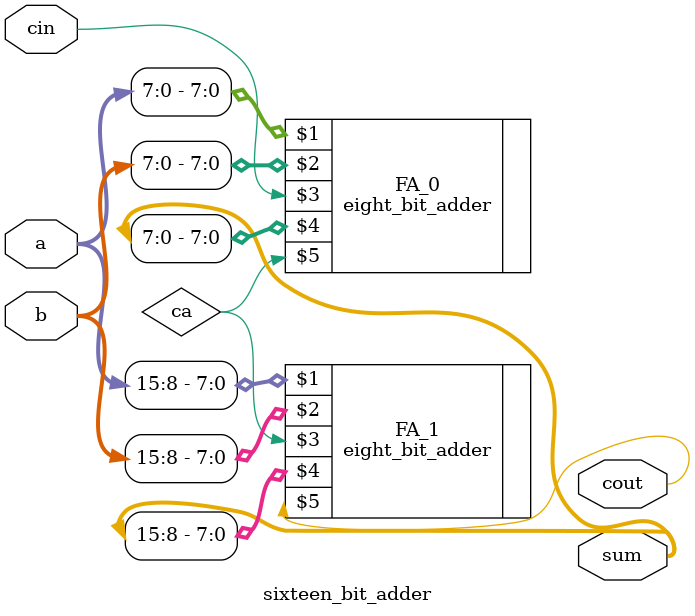
<source format=v>
`include "eight_bit_adder.v"
module sixteen_bit_adder (a,b,cin,sum,cout);


input [15:0] a, b;
input cin;
output [15:0] sum;
output cout;
wire ca;


    eight_bit_adder FA_0(a[7:0],b[7:0],cin,sum[7:0],ca);
    eight_bit_adder FA_1(a[15:8],b[15:8],ca,sum[15:8],cout);



endmodule
</source>
